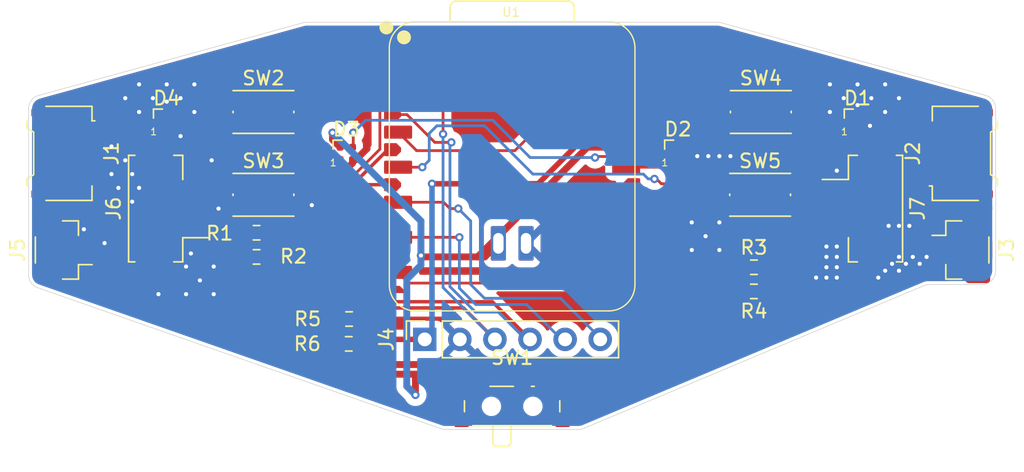
<source format=kicad_pcb>
(kicad_pcb (version 20241229) (generator "pcbnew") (generator_version "9.0")
  (layers (0 "F.Cu" signal) (2 "B.Cu" signal) (13 "F.Paste" user) (15 "B.Paste" user) (5 "F.SilkS" user "F.Silkscreen") (7 "B.SilkS" user "B.Silkscreen") (1 "F.Mask" user) (3 "B.Mask" user) (25 "Edge.Cuts" user))
  (net 0 "")
  (net 1 "Net-(D1-DOUT)")
  (net 2 "/WS2812")
  (net 3 "GND")
  (net 4 "/VBAT")
  (net 5 "Net-(D2-DOUT)")
  (net 6 "Net-(D3-DOUT)")
  (net 8 "/RXTX2")
  (net 9 "/TXRX2")
  (net 10 "/TXRX1")
  (net 11 "/RXTX1")
  (net 12 "Net-(J3-Pin_1)")
  (net 13 "+3V3")
  (net 14 "/INT")
  (net 15 "/SDA")
  (net 16 "/SCL")
  (net 17 "/SHUT")
  (net 19 "/BUTTON_1")
  (net 20 "/BUTTON_2")
  (net 21 "/BUTTON_3")
  (net 22 "/BUTTON_4")
  (net 30 "/SERVO1")
  (net 34 "Net-(J1-Pin_3)")
  (net 35 "Net-(J1-Pin_4)")
  (net 36 "Net-(J2-Pin_4)")
  (net 37 "Net-(J2-Pin_3)")
  (net 38 "/SERVO2")
  (footprint "Resistor_SMD:R_0603_1608Metric" (layer "F.Cu") (at 81.5 57.5 180)
    (property "Reference" "R2" (at -2.675 0.04 0) (layer "F.SilkS"))
    (property "Value" "R")
    (pad "1" smd roundrect (at -0.825 0 180) (size 0.8 0.95) (layers "F.Cu" "F.Mask" "F.Paste") (net 8 "/RXTX2"))
    (pad "2" smd roundrect (at 0.825 0 180) (size 0.8 0.95) (layers "F.Cu" "F.Mask" "F.Paste") (net 34 "Net-(J1-Pin_3)"))
  )
  (footprint "Resistor_SMD:R_0603_1608Metric" (layer "F.Cu") (at 117.5 60 180)
    (property "Reference" "R4" (at 0 -1.43 0) (layer "F.SilkS"))
    (property "Value" "R")
    (pad "1" smd roundrect (at -0.825 0 180) (size 0.8 0.95) (layers "F.Cu" "F.Mask" "F.Paste") (net 11 "/RXTX1"))
    (pad "2" smd roundrect (at 0.825 0 180) (size 0.8 0.95) (layers "F.Cu" "F.Mask" "F.Paste") (net 37 "Net-(J2-Pin_3)"))
  )
  (footprint "Connector_JST:JST_SH_BM02B-SRSS-TB_1x02-1MP_P1.00mm_Vertical" (layer "F.Cu") (at 67.5 57 90)
    (property "Reference" "J5" (at 0 -3.3 90) (layer "F.SilkS"))
    (property "Value" "Conn_01x02_MountingPin")
    (pad "1" smd roundrect (at -0.5 1.325 90) (size 0.6 1.55) (layers "F.Cu" "F.Mask" "F.Paste") (net 12 "Net-(J3-Pin_1)"))
    (pad "2" smd roundrect (at 0.5 1.325 90) (size 0.6 1.55) (layers "F.Cu" "F.Mask" "F.Paste") (net 3 "GND"))
    (pad "MP" smd roundrect (at -1.8 -1.2 90) (size 1.2 1.8) (layers "F.Cu" "F.Mask" "F.Paste") (roundrect_rratio 0.208333) (net 3 "GND"))
    (pad "MP" smd roundrect (at 1.8 -1.2 90) (size 1.2 1.8) (layers "F.Cu" "F.Mask" "F.Paste") (roundrect_rratio 0.208333) (net 3 "GND"))
  )
  (footprint "LED_SMD:LED_SK6812_EC15_1.5x1.5mm" (layer "F.Cu") (at 112 50)
    (property "Reference" "D2" (at 0 -1.75 0) (layer "F.SilkS"))
    (property "Value" "SK6805")
    (fp_text user "1" (at -0.95 0.68 0) (layer "F.SilkS") (effects (font (size 0.5 0.5) (thickness 0.075))))
    (pad "1" smd roundrect (at -0.45 0.45 90) (size 0.5 0.5) (layers "F.Cu" "F.Mask" "F.Paste") (net 5 "Net-(D2-DOUT)"))
    (pad "2" smd roundrect (at 0.45 0.45 90) (size 0.5 0.5) (layers "F.Cu" "F.Mask" "F.Paste") (net 3 "GND"))
    (pad "3" smd roundrect (at 0.45 -0.45 90) (size 0.5 0.5) (layers "F.Cu" "F.Mask" "F.Paste") (net 1 "Net-(D1-DOUT)"))
    (pad "4" smd roundrect (at -0.45 -0.45 90) (size 0.5 0.5) (layers "F.Cu" "F.Mask" "F.Paste") (net 4 "/VBAT"))
  )
  (footprint "Button_Switch_SMD:SW_Push_1P1T_NO_CK_KMR2" (layer "F.Cu") (at 82 47)
    (property "Reference" "SW2" (at 0 -2.45 0) (layer "F.SilkS"))
    (property "Value" "SW_Push")
    (pad "1" smd rect (at -2.05 -0.8) (size 0.9 1) (layers "F.Cu" "F.Mask" "F.Paste") (net 19 "/BUTTON_1"))
    (pad "1" smd rect (at 2.05 -0.8) (size 0.9 1) (layers "F.Cu" "F.Mask" "F.Paste") (net 19 "/BUTTON_1"))
    (pad "2" smd rect (at -2.05 0.8) (size 0.9 1) (layers "F.Cu" "F.Mask" "F.Paste") (net 3 "GND"))
    (pad "2" smd rect (at 2.05 0.8) (size 0.9 1) (layers "F.Cu" "F.Mask" "F.Paste") (net 3 "GND"))
  )
  (footprint "Resistor_SMD:R_0603_1608Metric" (layer "F.Cu") (at 88.2 62)
    (property "Reference" "R5" (at -3 0 0) (layer "F.SilkS"))
    (property "Value" "R")
    (pad "1" smd roundrect (at -0.825 0) (size 0.8 0.95) (layers "F.Cu" "F.Mask" "F.Paste") (net 15 "/SDA"))
    (pad "2" smd roundrect (at 0.825 0) (size 0.8 0.95) (layers "F.Cu" "F.Mask" "F.Paste") (net 13 "+3V3"))
  )
  (footprint "Resistor_SMD:R_0603_1608Metric" (layer "F.Cu") (at 117.5 58.25)
    (property "Reference" "R3" (at 0 -1.43 0) (layer "F.SilkS"))
    (property "Value" "R")
    (pad "1" smd roundrect (at -0.825 0) (size 0.8 0.95) (layers "F.Cu" "F.Mask" "F.Paste") (net 10 "/TXRX1"))
    (pad "2" smd roundrect (at 0.825 0) (size 0.8 0.95) (layers "F.Cu" "F.Mask" "F.Paste") (net 36 "Net-(J2-Pin_4)"))
  )
  (footprint "Connector_JST:JST_ZH_B3B-ZR-SM4-TF_1x03-1MP_P1.50mm_Vertical" (layer "F.Cu") (at 75.5 54 90)
    (property "Reference" "J6" (at 0 -4.35 90) (layer "F.SilkS"))
    (property "Value" "Conn_01x03_MountingPin")
    (pad "1" smd roundrect (at -1.5 0.7 90) (size 0.7 3.7) (layers "F.Cu" "F.Mask" "F.Paste") (net 30 "/SERVO1"))
    (pad "2" smd roundrect (at 0 0.7 90) (size 0.7 3.7) (layers "F.Cu" "F.Mask" "F.Paste") (net 4 "/VBAT"))
    (pad "3" smd roundrect (at 1.5 0.7 90) (size 0.7 3.7) (layers "F.Cu" "F.Mask" "F.Paste") (net 3 "GND"))
    (pad "MP" smd roundrect (at -3.55 -1.4 90) (size 1.5 2.3) (layers "F.Cu" "F.Mask" "F.Paste") (roundrect_rratio 0.166667) (net 3 "GND"))
    (pad "MP" smd roundrect (at 3.55 -1.4 90) (size 1.5 2.3) (layers "F.Cu" "F.Mask" "F.Paste") (roundrect_rratio 0.166667) (net 3 "GND"))
  )
  (footprint "Button_Switch_SMD:SW_Push_1P1T_NO_CK_KMR2" (layer "F.Cu") (at 118 47)
    (property "Reference" "SW4" (at 0 -2.45 0) (layer "F.SilkS"))
    (property "Value" "SW_Push")
    (pad "1" smd rect (at -2.05 -0.8) (size 0.9 1) (layers "F.Cu" "F.Mask" "F.Paste") (net 21 "/BUTTON_3"))
    (pad "1" smd rect (at 2.05 -0.8) (size 0.9 1) (layers "F.Cu" "F.Mask" "F.Paste") (net 21 "/BUTTON_3"))
    (pad "2" smd rect (at -2.05 0.8) (size 0.9 1) (layers "F.Cu" "F.Mask" "F.Paste") (net 3 "GND"))
    (pad "2" smd rect (at 2.05 0.8) (size 0.9 1) (layers "F.Cu" "F.Mask" "F.Paste") (net 3 "GND"))
  )
  (footprint "Resistor_SMD:R_0603_1608Metric" (layer "F.Cu") (at 88.175 63.8)
    (property "Reference" "R6" (at -3 0 0) (layer "F.SilkS"))
    (property "Value" "R")
    (pad "1" smd roundrect (at -0.825 0) (size 0.8 0.95) (layers "F.Cu" "F.Mask" "F.Paste") (net 16 "/SCL"))
    (pad "2" smd roundrect (at 0.825 0) (size 0.8 0.95) (layers "F.Cu" "F.Mask" "F.Paste") (net 13 "+3V3"))
  )
  (footprint "LED_SMD:LED_SK6812_EC15_1.5x1.5mm" (layer "F.Cu") (at 75 47.75)
    (property "Reference" "D4" (at 0 -1.75 0) (layer "F.SilkS"))
    (property "Value" "SK6805")
    (fp_text user "1" (at -0.95 0.68 0) (layer "F.SilkS") (effects (font (size 0.5 0.5) (thickness 0.075))))
    (pad "1" smd roundrect (at -0.45 0.45 90) (size 0.5 0.5) (layers "F.Cu" "F.Mask" "F.Paste"))
    (pad "2" smd roundrect (at 0.45 0.45 90) (size 0.5 0.5) (layers "F.Cu" "F.Mask" "F.Paste") (net 3 "GND"))
    (pad "3" smd roundrect (at 0.45 -0.45 90) (size 0.5 0.5) (layers "F.Cu" "F.Mask" "F.Paste") (net 6 "Net-(D3-DOUT)"))
    (pad "4" smd roundrect (at -0.45 -0.45 90) (size 0.5 0.5) (layers "F.Cu" "F.Mask" "F.Paste") (net 4 "/VBAT"))
  )
  (footprint "Connector_PinSocket_2.54mm:PinSocket_1x06_P2.54mm_Vertical" (layer "F.Cu") (at 93.675 63.475 90)
    (property "Reference" "J4" (at 0 -2.77 90) (layer "F.SilkS"))
    (property "Value" "Conn_01x06")
    (pad "1" thru_hole rect (at 0 0 90) (size 1.7 1.7) (drill 1) (layers "*.Cu" "*.Mask") (net 13 "+3V3"))
    (pad "2" thru_hole circle (at 0 2.54 90) (size 1.7 1.7) (drill 1) (layers "*.Cu" "*.Mask") (net 3 "GND"))
    (pad "3" thru_hole circle (at 0 5.08 90) (size 1.7 1.7) (drill 1) (layers "*.Cu" "*.Mask") (net 15 "/SDA"))
    (pad "4" thru_hole circle (at 0 7.62 90) (size 1.7 1.7) (drill 1) (layers "*.Cu" "*.Mask") (net 16 "/SCL"))
    (pad "5" thru_hole circle (at 0 10.16 90) (size 1.7 1.7) (drill 1) (layers "*.Cu" "*.Mask") (net 14 "/INT"))
    (pad "6" thru_hole circle (at 0 12.7 90) (size 1.7 1.7) (drill 1) (layers "*.Cu" "*.Mask") (net 17 "/SHUT"))
  )
  (footprint "Button_Switch_SMD:SW_Push_1P1T_NO_CK_KMR2" (layer "F.Cu") (at 117.95 53)
    (property "Reference" "SW5" (at 0 -2.45 0) (layer "F.SilkS"))
    (property "Value" "SW_Push")
    (pad "1" smd rect (at -2.05 -0.8) (size 0.9 1) (layers "F.Cu" "F.Mask" "F.Paste") (net 22 "/BUTTON_4"))
    (pad "1" smd rect (at 2.05 -0.8) (size 0.9 1) (layers "F.Cu" "F.Mask" "F.Paste") (net 22 "/BUTTON_4"))
    (pad "2" smd rect (at -2.05 0.8) (size 0.9 1) (layers "F.Cu" "F.Mask" "F.Paste") (net 3 "GND"))
    (pad "2" smd rect (at 2.05 0.8) (size 0.9 1) (layers "F.Cu" "F.Mask" "F.Paste") (net 3 "GND"))
  )
  (footprint "seeed:XIAO-nRF52840-Plus-SMD" (layer "F.Cu") (at 100 51 90)
    (property "Reference" "U1" (at 11.225 -0.075 0) (layer "F.SilkS") (effects (font (size 0.635 0.635) (thickness 0.1016))))
    (property "Value" "XIAO-nRF52840-Plus-SMD")
    (pad "1" smd roundrect (at 7.62 -8.255 180) (size 2.032 0.95) (layers "F.Cu" "F.Mask" "F.Paste") (roundrect_rratio 0.1) (net 19 "/BUTTON_1"))
    (pad "2" smd roundrect (at 5.08 -8.255 180) (size 2.032 0.95) (layers "F.Cu" "F.Mask" "F.Paste") (roundrect_rratio 0.1) (net 20 "/BUTTON_2"))
    (pad "3" smd roundrect (at 2.54 -8.255 180) (size 2.032 0.95) (layers "F.Cu" "F.Mask" "F.Paste") (roundrect_rratio 0.1) (net 21 "/BUTTON_3"))
    (pad "4" smd roundrect (at 0 -8.255 180) (size 2.032 0.95) (layers "F.Cu" "F.Mask" "F.Paste") (roundrect_rratio 0.1) (net 22 "/BUTTON_4"))
    (pad "5" smd roundrect (at -2.54 -8.255 180) (size 2.032 0.95) (layers "F.Cu" "F.Mask" "F.Paste") (roundrect_rratio 0.1) (net 17 "/SHUT"))
    (pad "6" smd roundrect (at -5.08 -8.255 180) (size 2.032 0.95) (layers "F.Cu" "F.Mask" "F.Paste") (roundrect_rratio 0.1) (net 14 "/INT"))
    (pad "7" smd roundrect (at -7.62 -8.255 180) (size 2.032 0.95) (layers "F.Cu" "F.Mask" "F.Paste") (roundrect_rratio 0.1) (net 11 "/RXTX1"))
    (pad "8" smd roundrect (at -7.62 8.255) (size 2.032 0.95) (layers "F.Cu" "F.Mask" "F.Paste") (roundrect_rratio 0.1) (net 10 "/TXRX1"))
    (pad "9" smd roundrect (at -5.08 8.255) (size 2.032 0.95) (layers "F.Cu" "F.Mask" "F.Paste") (roundrect_rratio 0.1))
    (pad "10" smd roundrect (at -2.54 8.255) (size 2.032 0.95) (layers "F.Cu" "F.Mask" "F.Paste") (roundrect_rratio 0.1))
    (pad "11" smd roundrect (at 0 8.255) (size 2.032 0.95) (layers "F.Cu" "F.Mask" "F.Paste") (roundrect_rratio 0.1) (net 2 "/WS2812"))
    (pad "12" smd roundrect (at 2.54 8.255) (size 2.032 0.95) (layers "F.Cu" "F.Mask" "F.Paste") (roundrect_rratio 0.1) (net 13 "+3V3"))
    (pad "13" smd roundrect (at 5.08 8.255) (size 2.032 0.95) (layers "F.Cu" "F.Mask" "F.Paste") (roundrect_rratio 0.1) (net 3 "GND"))
    (pad "14" smd roundrect (at 7.62 8.255) (size 2.032 0.95) (layers "F.Cu" "F.Mask" "F.Paste") (roundrect_rratio 0.1))
    (pad "15" smd roundrect (at 6.35 -8.655 180) (size 1.232 0.95) (layers "F.Cu" "F.Mask" "F.Paste") (roundrect_rratio 0.1) (chamfer_ratio 0.35) (chamfer top_left bottom_left) (net 15 "/SDA"))
    (pad "16" smd roundrect (at 3.81 -8.655 180) (size 1.232 0.95) (layers "F.Cu" "F.Mask" "F.Paste") (roundrect_rratio 0.1) (chamfer_ratio 0.35) (chamfer top_left bottom_left) (net 16 "/SCL"))
    (pad "17" smd roundrect (at 1.27 -8.655 180) (size 1.232 0.95) (layers "F.Cu" "F.Mask" "F.Paste") (roundrect_rratio 0.1) (chamfer_ratio 0.35) (chamfer top_left bottom_left) (net 30 "/SERVO1"))
    (pad "18" smd roundrect (at -1.27 -8.655 180) (size 1.232 0.95) (layers "F.Cu" "F.Mask" "F.Paste") (roundrect_rratio 0.1) (chamfer_ratio 0.35) (chamfer top_left bottom_left) (net 9 "/TXRX2"))
    (pad "19" smd roundrect (at -3.81 -8.655 180) (size 1.232 0.95) (layers "F.Cu" "F.Mask" "F.Paste") (roundrect_rratio 0.1) (chamfer_ratio 0.35) (chamfer top_left bottom_left) (net 8 "/RXTX2"))
    (pad "20" smd roundrect (at -6.35 -8.655 180) (size 1.232 0.95) (layers "F.Cu" "F.Mask" "F.Paste") (roundrect_rratio 0.1) (chamfer_ratio 0.35) (chamfer top_left bottom_left))
    (pad "21" smd roundrect (at -6.35 8.655) (size 1.232 0.95) (layers "F.Cu" "F.Mask" "F.Paste") (roundrect_rratio 0.1) (chamfer_ratio 0.35) (chamfer top_left bottom_left) (net 38 "/SERVO2"))
    (pad "22" smd roundrect (at -3.81 8.655) (size 1.232 0.95) (layers "F.Cu" "F.Mask" "F.Paste") (roundrect_rratio 0.1) (chamfer_ratio 0.35) (chamfer top_left bottom_left))
    (pad "23" smd roundrect (at -1.27 8.655) (size 1.232 0.95) (layers "F.Cu" "F.Mask" "F.Paste") (roundrect_rratio 0.1) (chamfer_ratio 0.35) (chamfer top_left bottom_left))
    (pad "24" smd circle (at 8.5725 -1.27) (size 1.7 1.7) (layers "F.Cu" "F.Mask" "F.Paste"))
    (pad "25" smd circle (at 8.5725 1.27) (size 1.7 1.7) (layers "F.Cu" "F.Mask" "F.Paste"))
    (pad "26" smd circle (at 6.0325 -1.27) (size 1.7 1.7) (layers "F.Cu" "F.Mask" "F.Paste"))
    (pad "27" smd circle (at 6.0325 1.27) (size 1.7 1.7) (layers "F.Cu" "F.Mask" "F.Paste"))
    (pad "32" thru_hole roundrect (at -5.517823 -0.993988 270) (size 2.5 1.1) (drill oval 1.5 0.75) (layers "*.Cu" "F.Mask" "F.Paste") (roundrect_rratio 0.1) (net 4 "/VBAT"))
    (pad "33" thru_hole roundrect (at -5.517823 1.006012 270) (size 2.5 1.1) (drill oval 1.5 0.75) (layers "*.Cu" "F.Mask" "F.Paste") (roundrect_rratio 0.1) (net 3 "GND"))
  )
  (footprint "LED_SMD:LED_SK6812_EC15_1.5x1.5mm" (layer "F.Cu") (at 125 47.75)
    (property "Reference" "D1" (at 0 -1.75 0) (layer "F.SilkS"))
    (property "Value" "SK6805")
    (fp_text user "1" (at -0.95 0.68 0) (layer "F.SilkS") (effects (font (size 0.5 0.5) (thickness 0.075))))
    (pad "1" smd roundrect (at -0.45 0.45 90) (size 0.5 0.5) (layers "F.Cu" "F.Mask" "F.Paste") (net 1 "Net-(D1-DOUT)"))
    (pad "2" smd roundrect (at 0.45 0.45 90) (size 0.5 0.5) (layers "F.Cu" "F.Mask" "F.Paste") (net 3 "GND"))
    (pad "3" smd roundrect (at 0.45 -0.45 90) (size 0.5 0.5) (layers "F.Cu" "F.Mask" "F.Paste") (net 2 "/WS2812"))
    (pad "4" smd roundrect (at -0.45 -0.45 90) (size 0.5 0.5) (layers "F.Cu" "F.Mask" "F.Paste") (net 4 "/VBAT"))
  )
  (footprint "LED_SMD:LED_SK6812_EC15_1.5x1.5mm" (layer "F.Cu") (at 88 50)
    (property "Reference" "D3" (at 0 -1.75 0) (layer "F.SilkS"))
    (property "Value" "SK6805")
    (fp_text user "1" (at -0.95 0.68 0) (layer "F.SilkS") (effects (font (size 0.5 0.5) (thickness 0.075))))
    (pad "1" smd roundrect (at -0.45 0.45 90) (size 0.5 0.5) (layers "F.Cu" "F.Mask" "F.Paste") (net 6 "Net-(D3-DOUT)"))
    (pad "2" smd roundrect (at 0.45 0.45 90) (size 0.5 0.5) (layers "F.Cu" "F.Mask" "F.Paste") (net 3 "GND"))
    (pad "3" smd roundrect (at 0.45 -0.45 90) (size 0.5 0.5) (layers "F.Cu" "F.Mask" "F.Paste") (net 5 "Net-(D2-DOUT)"))
    (pad "4" smd roundrect (at -0.45 -0.45 90) (size 0.5 0.5) (layers "F.Cu" "F.Mask" "F.Paste") (net 4 "/VBAT"))
  )
  (footprint "Button_Switch_SMD:SW_Push_1P1T_NO_CK_KMR2" (layer "F.Cu") (at 82 53)
    (property "Reference" "SW3" (at 0 -2.45 0) (layer "F.SilkS"))
    (property "Value" "SW_Push")
    (pad "1" smd rect (at -2.05 -0.8) (size 0.9 1) (layers "F.Cu" "F.Mask" "F.Paste") (net 20 "/BUTTON_2"))
    (pad "1" smd rect (at 2.05 -0.8) (size 0.9 1) (layers "F.Cu" "F.Mask" "F.Paste") (net 20 "/BUTTON_2"))
    (pad "2" smd rect (at -2.05 0.8) (size 0.9 1) (layers "F.Cu" "F.Mask" "F.Paste") (net 3 "GND"))
    (pad "2" smd rect (at 2.05 0.8) (size 0.9 1) (layers "F.Cu" "F.Mask" "F.Paste") (net 3 "GND"))
  )
  (footprint "Connector_Molex:Molex_Pico-EZmate_78171-0004_1x04-1MP_P1.20mm_Vertical" (layer "F.Cu") (at 132.5 50 90)
    (property "Reference" "J2" (at 0 -3.5 90) (layer "F.SilkS"))
    (property "Value" "Conn_01x04_MountingPin")
    (pad "1" smd roundrect (at -1.8 -1.875 90) (size 0.6 0.85) (layers "F.Cu" "F.Mask" "F.Paste") (net 4 "/VBAT"))
    (pad "2" smd roundrect (at -0.6 -1.875 90) (size 0.6 0.85) (layers "F.Cu" "F.Mask" "F.Paste") (net 3 "GND"))
    (pad "3" smd roundrect (at 0.6 -1.875 90) (size 0.6 0.85) (layers "F.Cu" "F.Mask" "F.Paste") (net 37 "Net-(J2-Pin_3)"))
    (pad "4" smd roundrect (at 1.8 -1.875 90) (size 0.6 0.85) (layers "F.Cu" "F.Mask" "F.Paste") (net 36 "Net-(J2-Pin_4)"))
    (pad "MP" smd roundrect (at -2.95 1.9 90) (size 0.7 0.8) (layers "F.Cu" "F.Mask" "F.Paste") (net 3 "GND"))
    (pad "MP" smd roundrect (at 2.95 1.9 90) (size 0.7 0.8) (layers "F.Cu" "F.Mask" "F.Paste") (net 3 "GND"))
  )
  (footprint "Connector_JST:JST_SH_BM02B-SRSS-TB_1x02-1MP_P1.00mm_Vertical" (layer "F.Cu") (at 132.5 57 -90)
    (property "Reference" "J3" (at 0 -3.3 90) (layer "F.SilkS"))
    (property "Value" "Conn_01x02_MountingPin")
    (pad "1" smd roundrect (at -0.5 1.325 270) (size 0.6 1.55) (layers "F.Cu" "F.Mask" "F.Paste") (net 12 "Net-(J3-Pin_1)"))
    (pad "2" smd roundrect (at 0.5 1.325 270) (size 0.6 1.55) (layers "F.Cu" "F.Mask" "F.Paste") (net 3 "GND"))
    (pad "MP" smd roundrect (at -1.8 -1.2 270) (size 1.2 1.8) (layers "F.Cu" "F.Mask" "F.Paste") (roundrect_rratio 0.208333) (net 3 "GND"))
    (pad "MP" smd roundrect (at 1.8 -1.2 270) (size 1.2 1.8) (layers "F.Cu" "F.Mask" "F.Paste") (roundrect_rratio 0.208333) (net 3 "GND"))
  )
  (footprint "Connector_JST:JST_ZH_B3B-ZR-SM4-TF_1x03-1MP_P1.50mm_Vertical" (layer "F.Cu") (at 125 54 -90)
    (property "Reference" "J7" (at 0 -4.35 90) (layer "F.SilkS"))
    (property "Value" "Conn_01x03_MountingPin")
    (pad "1" smd roundrect (at -1.5 0.7 270) (size 0.7 3.7) (layers "F.Cu" "F.Mask" "F.Paste") (net 38 "/SERVO2"))
    (pad "2" smd roundrect (at 0 0.7 270) (size 0.7 3.7) (layers "F.Cu" "F.Mask" "F.Paste") (net 4 "/VBAT"))
    (pad "3" smd roundrect (at 1.5 0.7 270) (size 0.7 3.7) (layers "F.Cu" "F.Mask" "F.Paste") (net 3 "GND"))
    (pad "MP" smd roundrect (at -3.55 -1.4 270) (size 1.5 2.3) (layers "F.Cu" "F.Mask" "F.Paste") (roundrect_rratio 0.166667) (net 3 "GND"))
    (pad "MP" smd roundrect (at 3.55 -1.4 270) (size 1.5 2.3) (layers "F.Cu" "F.Mask" "F.Paste") (roundrect_rratio 0.166667) (net 3 "GND"))
  )
  (footprint "Resistor_SMD:R_0603_1608Metric" (layer "F.Cu") (at 81.5 55.75)
    (property "Reference" "R1" (at -2.675 0.04 0) (layer "F.SilkS"))
    (property "Value" "R")
    (pad "1" smd roundrect (at -0.825 0) (size 0.8 0.95) (layers "F.Cu" "F.Mask" "F.Paste") (net 9 "/TXRX2"))
    (pad "2" smd roundrect (at 0.825 0) (size 0.8 0.95) (layers "F.Cu" "F.Mask" "F.Paste") (net 35 "Net-(J1-Pin_4)"))
  )
  (footprint "Button_Switch_SMD:SW_SPDT_PCM12" (layer "F.Cu") (at 100 68)
    (property "Reference" "SW1" (at 0 -3.2 0) (layer "F.SilkS"))
    (property "Value" "SW_SPDT")
    (pad "" smd rect (at -3.65 -0.78) (size 1 0.8) (layers "F.Cu" "F.Mask" "F.Paste"))
    (pad "" smd rect (at -3.65 1.43) (size 1 0.8) (layers "F.Cu" "F.Mask" "F.Paste"))
    (pad "" np_thru_hole circle (at -1.5 0.33) (size 0.9 0.9) (drill 0.9) (layers "*.Cu" "*.Mask"))
    (pad "" np_thru_hole circle (at 1.5 0.33) (size 0.9 0.9) (drill 0.9) (layers "*.Cu" "*.Mask"))
    (pad "" smd rect (at 3.65 -0.78) (size 1 0.8) (layers "F.Cu" "F.Mask" "F.Paste"))
    (pad "" smd rect (at 3.65 1.43) (size 1 0.8) (layers "F.Cu" "F.Mask" "F.Paste"))
    (pad "1" smd rect (at -2.25 -1.43) (size 0.7 1.5) (layers "F.Cu" "F.Mask" "F.Paste") (net 4 "/VBAT"))
    (pad "2" smd rect (at 0.75 -1.43) (size 0.7 1.5) (layers "F.Cu" "F.Mask" "F.Paste") (net 12 "Net-(J3-Pin_1)"))
    (pad "3" smd rect (at 2.25 -1.43) (size 0.7 1.5) (layers "F.Cu" "F.Mask" "F.Paste"))
  )
  (footprint "Connector_Molex:Molex_Pico-EZmate_78171-0004_1x04-1MP_P1.20mm_Vertical" (layer "F.Cu") (at 67.5 50 -90)
    (property "Reference" "J1" (at 0 -3.5 90) (layer "F.SilkS"))
    (property "Value" "Conn_01x04_MountingPin")
    (pad "1" smd roundrect (at -1.8 -1.875 270) (size 0.6 0.85) (layers "F.Cu" "F.Mask" "F.Paste") (net 4 "/VBAT"))
    (pad "2" smd roundrect (at -0.6 -1.875 270) (size 0.6 0.85) (layers "F.Cu" "F.Mask" "F.Paste") (net 3 "GND"))
    (pad "3" smd roundrect (at 0.6 -1.875 270) (size 0.6 0.85) (layers "F.Cu" "F.Mask" "F.Paste") (net 34 "Net-(J1-Pin_3)"))
    (pad "4" smd roundrect (at 1.8 -1.875 270) (size 0.6 0.85) (layers "F.Cu" "F.Mask" "F.Paste") (net 35 "Net-(J1-Pin_4)"))
    (pad "MP" smd roundrect (at -2.95 1.9 270) (size 0.7 0.8) (layers "F.Cu" "F.Mask" "F.Paste") (net 3 "GND"))
    (pad "MP" smd roundrect (at 2.95 1.9 270) (size 0.7 0.8) (layers "F.Cu" "F.Mask" "F.Paste") (net 3 "GND"))
  )
  (gr_line (start 135 58.5) (end 135 46.762123) (stroke (width 0.05)) (layer "Edge.Cuts"))
  (gr_line (start 84.869838 40.535795) (end 65.734844 45.797918) (stroke (width 0.05)) (layer "Edge.Cuts"))
  (gr_arc (start 84.869838 40.535795) (mid 85.001213 40.508989) (end 85.134994 40.5) (stroke (width 0.05)) (layer "Edge.Cuts"))
  (gr_arc (start 114.865006 40.5) (mid 114.998787 40.508989) (end 115.130162 40.535795) (stroke (width 0.05)) (layer "Edge.Cuts"))
  (gr_arc (start 65 46.762123) (mid 65.204652 46.15597) (end 65.734844 45.797918) (stroke (width 0.05)) (layer "Edge.Cuts"))
  (gr_arc (start 65.66965 59.734377) (mid 65.18441 59.369161) (end 65 58.790519) (stroke (width 0.05)) (layer "Edge.Cuts"))
  (gr_arc (start 105.185757 69.921982) (mid 104.996032 69.980306) (end 104.798524 70) (stroke (width 0.05)) (layer "Edge.Cuts"))
  (gr_line (start 114.865006 40.5) (end 100 40.5) (stroke (width 0.05)) (layer "Edge.Cuts"))
  (gr_line (start 100 40.5) (end 85.134994 40.5) (stroke (width 0.05)) (layer "Edge.Cuts"))
  (gr_line (start 134.265156 45.797918) (end 115.130162 40.535795) (stroke (width 0.05)) (layer "Edge.Cuts"))
  (gr_line (start 65 46.762123) (end 65 58.790519) (stroke (width 0.05)) (layer "Edge.Cuts"))
  (gr_line (start 95.169946 70) (end 104.798524 70) (stroke (width 0.05)) (layer "Edge.Cuts"))
  (gr_arc (start 95.169946 70) (mid 95.002403 69.985865) (end 94.839596 69.943858) (stroke (width 0.05)) (layer "Edge.Cuts"))
  (gr_arc (start 134.265156 45.797918) (mid 134.795339 46.155972) (end 135 46.762123) (stroke (width 0.05)) (layer "Edge.Cuts"))
  (gr_line (start 130.201476 59.5) (end 134 59.5) (stroke (width 0.05)) (layer "Edge.Cuts"))
  (gr_line (start 105.185757 69.921982) (end 129.814243 59.578018) (stroke (width 0.05)) (layer "Edge.Cuts"))
  (gr_arc (start 135 58.5) (mid 134.707107 59.207107) (end 134 59.5) (stroke (width 0.05)) (layer "Edge.Cuts"))
  (gr_line (start 65.66965 59.734377) (end 94.839596 69.943858) (stroke (width 0.05)) (layer "Edge.Cuts"))
  (gr_arc (start 129.814243 59.578018) (mid 130.003968 59.519694) (end 130.201476 59.5) (stroke (width 0.05)) (layer "Edge.Cuts"))
  (segment (start 124.55 48.2) (end 124.05 48.2) (width 0.2) (layer "F.Cu") (net 1))
  (segment (start 122.7 49.55) (end 112.45 49.55) (width 0.2) (layer "F.Cu") (net 1))
  (segment (start 124.05 48.2) (end 122.7 49.55) (width 0.2) (layer "F.Cu") (net 1))
  (segment (start 126.05 47.3) (end 125.45 47.3) (width 0.2) (layer "F.Cu") (net 2))
  (segment (start 124.244082 48.75) (end 124.245082 48.751) (width 0.2) (layer "F.Cu") (net 2))
  (segment (start 108.255 51) (end 116.75 51) (width 0.2) (layer "F.Cu") (net 2))
  (segment (start 124.0671 48.75) (end 124.244082 48.75) (width 0.2) (layer "F.Cu") (net 2))
  (segment (start 126 48.75) (end 126.5 48.25) (width 0.2) (layer "F.Cu") (net 2))
  (segment (start 126.5 47.75) (end 126.05 47.3) (width 0.2) (layer "F.Cu") (net 2))
  (segment (start 126.5 48.25) (end 126.5 47.75) (width 0.2) (layer "F.Cu") (net 2))
  (segment (start 124.245082 48.751) (end 124.854918 48.751) (width 0.2) (layer "F.Cu") (net 2))
  (segment (start 124.854918 48.751) (end 124.855918 48.75) (width 0.2) (layer "F.Cu") (net 2))
  (segment (start 122.8661 49.951) (end 124.0671 48.75) (width 0.2) (layer "F.Cu") (net 2))
  (segment (start 124.855918 48.75) (end 126 48.75) (width 0.2) (layer "F.Cu") (net 2))
  (segment (start 116.75 51) (end 117.799 49.951) (width 0.2) (layer "F.Cu") (net 2))
  (segment (start 117.799 49.951) (end 122.8661 49.951) (width 0.2) (layer "F.Cu") (net 2))
  (segment (start 125.9 48) (end 125.7 48.2) (width 0.5) (layer "F.Cu") (net 3))
  (segment (start 113.4 50.2) (end 115.8 50.2) (width 0.5) (layer "F.Cu") (net 3))
  (segment (start 88.699999 50.45) (end 89.5 49.649999) (width 0.5) (layer "F.Cu") (net 3))
  (segment (start 123.533248 56.266752) (end 123.533248 58.216752) (width 1) (layer "F.Cu") (net 3))
  (segment (start 88.45 50.45) (end 88.699999 50.45) (width 0.5) (layer "F.Cu") (net 3))
  (segment (start 89.5 49.649999) (end 89.5 49) (width 0.5) (layer "F.Cu") (net 3))
  (segment (start 124.3 55.5) (end 123.533248 56.266752) (width 1) (layer "F.Cu") (net 3))
  (segment (start 88.45 50.45) (end 88.45 50.699999) (width 0.5) (layer "F.Cu") (net 3))
  (segment (start 113.15 50.45) (end 113.4 50.2) (width 0.5) (layer "F.Cu") (net 3))
  (segment (start 87.831999 51.318) (end 87 51.318) (width 0.5) (layer "F.Cu") (net 3))
  (segment (start 133.7 58.8) (end 133.7 55.2) (width 0.5) (layer "F.Cu") (net 3))
  (segment (start 125.7 48.2) (end 125.45 48.2) (width 0.5) (layer "F.Cu") (net 3))
  (segment (start 123.533248 58.216752) (end 122.75 59) (width 1) (layer "F.Cu") (net 3))
  (segment (start 112.45 50.45) (end 113.15 50.45) (width 0.5) (layer "F.Cu") (net 3))
  (segment (start 75.45 48.2) (end 76 48.75) (width 0.5) (layer "F.Cu") (net 3))
  (segment (start 124.3 55.5) (end 124.55 55.25) (width 1) (layer "F.Cu") (net 3))
  (segment (start 124.55 55.25) (end 128.75 55.25) (width 1) (layer "F.Cu") (net 3))
  (segment (start 88.45 50.699999) (end 87.831999 51.318) (width 0.5) (layer "F.Cu") (net 3))
  (via (at 76.75 57.25) (size 0.6) (drill 0.3) (layers "F.Cu" "B.Cu") (net 3))
  (via (at 77 45) (size 0.6) (drill 0.3) (layers "F.Cu" "B.Cu") (net 3))
  (via (at 78.4 60.2) (size 0.6) (drill 0.3) (layers "F.Cu" "B.Cu") (net 3))
  (via (at 127.25 55.25) (size 0.6) (drill 0.3) (layers "F.Cu" "B.Cu") (net 3))
  (via (at 122.75 58.25) (size 0.6) (drill 0.3) (layers "F.Cu" "B.Cu") (net 3))
  (via (at 113 57) (size 0.6) (drill 0.3) (layers "F.Cu" "B.Cu") (net 3))
  (via (at 127 45) (size 0.6) (drill 0.3) (layers "F.Cu" "B.Cu") (net 3))
  (via (at 73 45) (size 0.6) (drill 0.3) (layers "F.Cu" "B.Cu") (net 3))
  (via (at 128 55.25) (size 0.6) (drill 0.3) (layers "F.Cu" "B.Cu") (net 3))
  (via (at 75 45) (size 0.6) (drill 0.3) (layers "F.Cu" "B.Cu") (net 3))
  (via (at 72.5 53.5) (size 0.6) (drill 0.3) (layers "F.Cu" "B.Cu") (net 3))
  (via (at 115 55) (size 0.6) (drill 0.3) (layers "F.Cu" "B.Cu") (net 3))
  (via (at 71.5 52.5) (size 0.6) (drill 0.3) (layers "F.Cu" "B.Cu") (net 3))
  (via (at 128.5 58) (size 0.6) (drill 0.3) (layers "F.Cu" "B.Cu") (net 3))
  (via (at 114 56) (size 0.6) (drill 0.3) (layers "F.Cu" "B.Cu") (net 3))
  (via (at 78.25 50.5) (size 0.6) (drill 0.3) (layers "F.Cu" "B.Cu") (net 3))
  (via (at 129 57.5) (size 0.6) (drill 0.3) (layers "F.Cu" "B.Cu") (net 3))
  (via (at 77 47) (size 0.6) (drill 0.3) (layers "F.Cu" "B.Cu") (net 3))
  (via (at 126.5 59) (size 0.6) (drill 0.3) (layers "F.Cu" "B.Cu") (net 3))
  (via (at 78.4 58.2) (size 0.6) (drill 0.3) (layers "F.Cu" "B.Cu") (net 3))
  (via (at 123.5 57.5) (size 0.6) (drill 0.3) (layers "F.Cu" "B.Cu") (net 3))
  (via (at 114.2 50.2) (size 0.6) (drill 0.3) (layers "F.Cu" "B.Cu") (net 3))
  (via (at 74.4 60.2) (size 0.6) (drill 0.3) (layers "F.Cu" "B.Cu") (net 3))
  (via (at 128 46) (size 0.6) (drill 0.3) (layers "F.Cu" "B.Cu") (net 3))
  (via (at 73 52.5) (size 0.6) (drill 0.3) (layers "F.Cu" "B.Cu") (net 3))
  (via (at 76.4 58.2) (size 0.6) (drill 0.3) (layers "F.Cu" "B.Cu") (net 3))
  (via (at 115 50.2) (size 0.6) (drill 0.3) (layers "F.Cu" "B.Cu") (net 3))
  (via (at 125.9 48) (size 0.6) (drill 0.3) (layers "F.Cu" "B.Cu") (net 3))
  (via (at 76 48.75) (size 0.6) (drill 0.3) (layers "F.Cu" "B.Cu") (net 3))
  (via (at 123 47) (size 0.6) (drill 0.3) (layers "F.Cu" "B.Cu") (net 3))
  (via (at 85.5 53.75) (size 0.6) (drill 0.3) (layers "F.Cu" "B.Cu") (net 3))
  (via (at 69 55.5) (size 0.6) (drill 0.3) (layers "F.Cu" "B.Cu") (net 3))
  (via (at 127 58.5) (size 0.6) (drill 0.3) (layers "F.Cu" "B.Cu") (net 3))
  (via (at 128 57.5) (size 0.6) (drill 0.3) (layers "F.Cu" "B.Cu") (net 3))
  (via (at 128.75 55.25) (size 0.6) (drill 0.3) (layers "F.Cu" "B.Cu") (net 3))
  (via (at 78.75 54) (size 0.6) (drill 0.3) (layers "F.Cu" "B.Cu") (net 3))
  (via (at 122.75 56.75) (size 0.6) (drill 0.3) (layers "F.Cu" "B.Cu") (net 3))
  (via (at 123.5 58.25) (size 0.6) (drill 0.3) (layers "F.Cu" "B.Cu") (net 3))
  (via (at 71 49.5) (size 0.6) (drill 0.3) (layers "F.Cu" "B.Cu") (net 3))
  (via (at 113.4 50.2) (size 0.6) (drill 0.3) (layers "F.Cu" "B.Cu") (net 3))
  (via (at 123.5 51.25) (size 0.6) (drill 0.3) (layers "F.Cu" "B.Cu") (net 3))
  (via (at 115.8 50.2) (size 0.6) (drill 0.3) (layers "F.Cu" "B.Cu") (net 3))
  (via (at 72.5 51.5) (size 0.6) (drill 0.3) (layers "F.Cu" "B.Cu") (net 3))
  (via (at 125 45) (size 0.6) (drill 0.3) (layers "F.Cu" "B.Cu") (net 3))
  (via (at 76.4 60.2) (size 0.6) (drill 0.3) (layers "F.Cu" "B.Cu") (net 3))
  (via (at 115 57) (size 0.6) (drill 0.3) (layers "F.Cu" "B.Cu") (net 3))
  (via (at 124 46) (size 0.6) (drill 0.3) (layers "F.Cu" "B.Cu") (net 3))
  (via (at 122 59) (size 0.6) (drill 0.3) (layers "F.Cu" "B.Cu") (net 3))
  (via (at 126 46) (size 0.6) (drill 0.3) (layers "F.Cu" "B.Cu") (net 3))
  (via (at 73 47) (size 0.6) (drill 0.3) (layers "F.Cu" "B.Cu") (net 3))
  (via (at 71 51.5) (size 0.6) (drill 0.3) (layers "F.Cu" "B.Cu") (net 3))
  (via (at 123.5 56.75) (size 0.6) (drill 0.3) (layers "F.Cu" "B.Cu") (net 3))
  (via (at 123 45) (size 0.6) (drill 0.3) (layers "F.Cu" "B.Cu") (net 3))
  (via (at 70.5 56.5) (size 0.6) (drill 0.3) (layers "F.Cu" "B.Cu") (net 3))
  (via (at 123.5 59) (size 0.6) (drill 0.3) (layers "F.Cu" "B.Cu") (net 3))
  (via (at 72 46) (size 0.6) (drill 0.3) (layers "F.Cu" "B.Cu") (net 3))
  (via (at 74 46) (size 0.6) (drill 0.3) (layers "F.Cu" "B.Cu") (net 3))
  (via (at 128 58.5) (size 0.6) (drill 0.3) (layers "F.Cu" "B.Cu") (net 3))
  (via (at 76 46) (size 0.6) (drill 0.3) (layers "F.Cu" "B.Cu") (net 3))
  (via (at 122.75 59) (size 0.6) (drill 0.3) (layers "F.Cu" "B.Cu") (net 3))
  (via (at 113 55) (size 0.6) (drill 0.3) (layers "F.Cu" "B.Cu") (net 3))
  (via (at 129.5 58) (size 0.6) (drill 0.3) (layers "F.Cu" "B.Cu") (net 3))
  (via (at 125 46.5) (size 0.6) (drill 0.3) (layers "F.Cu" "B.Cu") (net 3))
  (via (at 75 46.25) (size 0.6) (drill 0.3) (layers "F.Cu" "B.Cu") (net 3))
  (via (at 122.75 57.5) (size 0.6) (drill 0.3) (layers "F.Cu" "B.Cu") (net 3))
  (via (at 72 50.5) (size 0.6) (drill 0.3) (layers "F.Cu" "B.Cu") (net 3))
  (via (at 77.4 59.2) (size 0.6) (drill 0.3) (layers "F.Cu" "B.Cu") (net 3))
  (via (at 127 47) (size 0.6) (drill 0.3) (layers "F.Cu" "B.Cu") (net 3))
  (via (at 127.5 58) (size 0.6) (drill 0.3) (layers "F.Cu" "B.Cu") (net 3))
  (via (at 130 57.5) (size 0.6) (drill 0.3) (layers "F.Cu" "B.Cu") (net 3))
  (segment (start 77.440146 54) (end 76.386925 54) (width 0.5) (layer "F.Cu") (net 4))
  (segment (start 74.1 47.3) (end 74.55 47.3) (width 0.5) (layer "F.Cu") (net 4))
  (segment (start 93 66) (end 93 67.5) (width 0.5) (layer "F.Cu") (net 4))
  (segment (start 114.163017 65.336983) (end 106.632023 68.5) (width 0.5) (layer "F.Cu") (net 4))
  (segment (start 128.722148 59.222148) (end 114.163017 65.336983) (width 0.5) (layer "F.Cu") (net 4))
  (segment (start 68.391276 59.891276) (end 85.844775 66) (width 0.5) (layer "F.Cu") (net 4))
  (segment (start 122.401 48.849) (end 123.95 47.3) (width 0.5) (layer "F.Cu") (net 4))
  (segment (start 132.5 58) (end 131.5 59) (width 0.5) (layer "F.Cu") (net 4))
  (segment (start 106.632023 68.5) (end 102.674917 68.5) (width 0.5) (layer "F.Cu") (net 4))
  (segment (start 130.625 51.8) (end 128.425 54) (width 0.5) (layer "F.Cu") (net 4))
  (segment (start 130.625 51.8) (end 130.625 54.3209) (width 0.5) (layer "F.Cu") (net 4))
  (segment (start 97.5 57.5) (end 98.023835 57.5) (width 0.5) (layer "F.Cu") (net 4))
  (segment (start 112.001001 48.849) (end 122.401 48.849) (width 0.5) (layer "F.Cu") (net 4))
  (segment (start 75.749 49.700708) (end 75.749 51.061075) (width 0.5) (layer "F.Cu") (net 4))
  (segment (start 67.9469 49.2031) (end 67.9469 55.749) (width 0.5) (layer "F.Cu") (net 4))
  (segment (start 98.023835 57.5) (end 99.006012 56.517823) (width 0.5) (layer "F.Cu") (net 4))
  (segment (start 69.375 48.2) (end 73.2 48.2) (width 0.5) (layer "F.Cu") (net 4))
  (segment (start 67.651 59.151) (end 68.391276 59.891276) (width 0.5) (layer "F.Cu") (net 4))
  (segment (start 67.9469 55.749) (end 67.599 56.0969) (width 0.5) (layer "F.Cu") (net 4))
  (segment (start 111.55 49.300001) (end 112.001001 48.849) (width 0.5) (layer "F.Cu") (net 4))
  (segment (start 74.249 49.249) (end 75.297292 49.249) (width 0.5) (layer "F.Cu") (net 4))
  (segment (start 73.2 48.2) (end 74.1 47.3) (width 0.5) (layer "F.Cu") (net 4))
  (segment (start 97.5 57.5) (end 105.45 49.55) (width 0.5) (layer "F.Cu") (net 4))
  (segment (start 78.501 52.060854) (end 78.501 52.939146) (width 0.5) (layer "F.Cu") (net 4))
  (segment (start 132.5 56.1959) (end 132.5 58) (width 0.5) (layer "F.Cu") (net 4))
  (segment (start 75.297292 49.249) (end 75.749 49.700708) (width 0.5) (layer "F.Cu") (net 4))
  (segment (start 102.674917 68.5) (end 101.893917 69.281) (width 0.5) (layer "F.Cu") (net 4))
  (segment (start 93 66) (end 97.18 66) (width 0.5) (layer "F.Cu") (net 4))
  (segment (start 98.395083 66.57) (end 97.75 66.57) (width 0.5) (layer "F.Cu") (net 4))
  (segment (start 67.599 58.100708) (end 67.651 58.152708) (width 0.5) (layer "F.Cu") (net 4))
  (segment (start 128.944296 59) (end 128.722148 59.222148) (width 0.5) (layer "F.Cu") (net 4))
  (segment (start 111.55 49.55) (end 111.55 49.300001) (width 0.5) (layer "F.Cu") (net 4))
  (segment (start 123.95 47.3) (end 124.55 47.3) (width 0.5) (layer "F.Cu") (net 4))
  (segment (start 87 49) (end 87.55 49.55) (width 0.5) (layer "F.Cu") (net 4))
  (segment (start 105.45 49.55) (end 111.55 49.55) (width 0.5) (layer "F.Cu") (net 4))
  (segment (start 73.2 48.2) (end 74.249 49.249) (width 0.5) (layer "F.Cu") (net 4))
  (segment (start 93.4 57.4) (end 93.5 57.5) (width 0.5) (layer "F.Cu") (net 4))
  (segment (start 93.5 57.5) (end 97.5 57.5) (width 0.5) (layer "F.Cu") (net 4))
  (segment (start 114.163017 65.336983) (end 114.086786 65.369) (width 0.5) (layer "F.Cu") (net 4))
  (segment (start 101.106083 69.281) (end 98.395083 66.57) (width 0.5) (layer "F.Cu") (net 4))
  (segment (start 68.95 48.2) (end 67.9469 49.2031) (width 0.5) (layer "F.Cu") (net 4))
  (segment (start 78.139146 51.699) (end 78.501 52.060854) (width 0.5) (layer "F.Cu") (net 4))
  (segment (start 85.844775 66) (end 93 66) (width 0.5) (layer "F.Cu") (net 4))
  (segment (start 101.893917 69.281) (end 101.106083 69.281) (width 0.5) (layer "F.Cu") (net 4))
  (segment (start 69.375 48.2) (end 68.95 48.2) (width 0.5) (layer "F.Cu") (net 4))
  (segment (start 76.386925 51.699) (end 78.139146 51.699) (width 0.5) (layer "F.Cu") (net 4))
  (segment (start 75.749 51.061075) (end 76.386925 51.699) (width 0.5) (layer "F.Cu") (net 4))
  (segment (start 97.18 66) (end 97.75 66.57) (width 0.5) (layer "F.Cu") (net 4))
  (segment (start 130.625 54.3209) (end 132.5 56.1959) (width 0.5) (layer "F.Cu") (net 4))
  (segment (start 78.501 52.939146) (end 77.440146 54) (width 0.5) (layer "F.Cu") (net 4))
  (segment (start 67.651 58.152708) (end 67.651 59.151) (width 0.5) (layer "F.Cu") (net 4))
  (segment (start 67.599 56.0969) (end 67.599 58.100708) (width 0.5) (layer "F.Cu") (net 4))
  (segment (start 87 48.5) (end 87 49) (width 0.5) (layer "F.Cu") (net 4))
  (segment (start 131.5 59) (end 128.944296 59) (width 0.5) (layer "F.Cu") (net 4))
  (segment (start 128.425 54) (end 123.8 54) (width 0.5) (layer "F.Cu") (net 4))
  (via (at 93.4 57.4) (size 0.6) (drill 0.3) (layers "F.Cu" "B.Cu") (net 4))
  (via (at 93 67.5) (size 0.6) (drill 0.3) (layers "F.Cu" "B.Cu") (net 4))
  (via (at 87 48.5) (size 0.6) (drill 0.3) (layers "F.Cu" "B.Cu") (net 4))
  (segment (start 93.4 54.9) (end 87 48.5) (width 0.5) (layer "B.Cu") (net 4))
  (segment (start 92.374 59.126) (end 92.374 66.874) (width 0.5) (layer "B.Cu") (net 4))
  (segment (start 93.4 58.1) (end 92.374 59.126) (width 0.5) (layer "B.Cu") (net 4))
  (segment (start 93.4 57.4) (end 93.4 58.1) (width 0.5) (layer "B.Cu") (net 4))
  (segment (start 92.374 66.874) (end 93 67.5) (width 0.5) (layer "B.Cu") (net 4))
  (segment (start 93.4 57.4) (end 93.4 54.9) (width 0.5) (layer "B.Cu") (net 4))
  (segment (start 106.076 50.224) (end 111.324 50.224) (width 0.2) (layer "F.Cu") (net 5))
  (segment (start 88.5 49.5) (end 88.45 49.55) (width 0.2) (layer "F.Cu") (net 5))
  (segment (start 106 50.3) (end 106.076 50.224) (width 0.2) (layer "F.Cu") (net 5))
  (segment (start 111.324 50.224) (end 111.55 50.45) (width 0.2) (layer "F.Cu") (net 5))
  (segment (start 88.5 48.5) (end 88.5 49.5) (width 0.2) (layer "F.Cu") (net 5))
  (via (at 106 50.3) (size 0.6) (drill 0.3) (layers "F.Cu" "B.Cu") (net 5))
  (via (at 88.5 48.5) (size 0.6) (drill 0.3) (layers "F.Cu" "B.Cu") (net 5))
  (segment (start 106 50.3) (end 101.3 50.3) (width 0.2) (layer "B.Cu") (net 5))
  (segment (start 98.6 47.6) (end 89.4 47.6) (width 0.2) (layer "B.Cu") (net 5))
  (segment (start 101.3 50.3) (end 98.6 47.6) (width 0.2) (layer "B.Cu") (net 5))
  (segment (start 89.4 47.6) (end 88.5 48.5) (width 0.2) (layer "B.Cu") (net 5))
  (segment (start 78.55 49.55) (end 77.7 49.55) (width 0.2) (layer "F.Cu") (net 6))
  (segment (start 87.55 50.45) (end 87.1 50) (width 0.2) (layer "F.Cu") (net 6))
  (segment (start 77.7 49.55) (end 75.45 47.3) (width 0.2) (layer "F.Cu") (net 6))
  (segment (start 87.1 50) (end 79 50) (width 0.2) (layer "F.Cu") (net 6))
  (segment (start 79 50) (end 78.55 49.55) (width 0.2) (layer "F.Cu") (net 6))
  (segment (start 85 57.5) (end 82.325 57.5) (width 0.2) (layer "F.Cu") (net 8))
  (segment (start 87.69 54.81) (end 85 57.5) (width 0.2) (layer "F.Cu") (net 8))
  (segment (start 91.345 54.81) (end 87.69 54.81) (width 0.2) (layer "F.Cu") (net 8))
  (segment (start 81.476 54.949) (end 82.949 54.949) (width 0.25) (layer "F.Cu") (net 9))
  (segment (start 82.949 54.949) (end 84 56) (width 0.25) (layer "F.Cu") (net 9))
  (segment (start 80.675 55.75) (end 81.476 54.949) (width 0.25) (layer "F.Cu") (net 9))
  (segment (start 85.625 56) (end 89.355 52.27) (width 0.25) (layer "F.Cu") (net 9))
  (segment (start 84 56) (end 85.625 56) (width 0.25) (layer "F.Cu") (net 9))
  (segment (start 89.355 52.27) (end 91.345 52.27) (width 0.25) (layer "F.Cu") (net 9))
  (segment (start 116.305 58.62) (end 116.675 58.25) (width 0.2) (layer "F.Cu") (net 10))
  (segment (start 108.255 58.62) (end 116.305 58.62) (width 0.2) (layer "F.Cu") (net 10))
  (segment (start 92.521 59.396) (end 91.745 58.62) (width 0.2) (layer "F.Cu") (net 11))
  (segment (start 118.325 60) (end 118.0375 60) (width 0.2) (layer "F.Cu") (net 11))
  (segment (start 117.2615 59.224) (end 115.372 59.224) (width 0.2) (layer "F.Cu") (net 11))
  (segment (start 115.2 59.396) (end 92.521 59.396) (width 0.2) (layer "F.Cu") (net 11))
  (segment (start 115.372 59.224) (end 115.2 59.396) (width 0.2) (layer "F.Cu") (net 11))
  (segment (start 118.0375 60) (end 117.2615 59.224) (width 0.2) (layer "F.Cu") (net 11))
  (segment (start 68.825 57.5) (end 69.106277 57.5) (width 0.5) (layer "F.Cu") (net 12))
  (segment (start 128.5 56.5) (end 128.349 56.349) (width 0.5) (layer "F.Cu") (net 12))
  (segment (start 100.75 66.068) (end 100.75 66.57) (width 0.5) (layer "F.Cu") (net 12))
  (segment (start 124.484248 57.06746) (end 124.484248 59.734248) (width 0.5) (layer "F.Cu") (net 12))
  (segment (start 69.106277 57.5) (end 72.027553 60.421276) (width 0.5) (layer "F.Cu") (net 12))
  (segment (start 101.6 65) (end 100.8 65.8) (width 0.5) (layer "F.Cu") (net 12))
  (segment (start 85.963907 65.299) (end 98.299 65.299) (width 0.5) (layer "F.Cu") (net 12))
  (segment (start 100.8 65.8) (end 100.8 66.018) (width 0.5) (layer "F.Cu") (net 12))
  (segment (start 124.484248 59.734248) (end 123.609248 60.609248) (width 0.5) (layer "F.Cu") (net 12))
  (segment (start 72.027553 60.421276) (end 85.963907 65.299) (width 0.5) (layer "F.Cu") (net 12))
  (segment (start 99.57 66.57) (end 100.75 66.57) (width 0.5) (layer "F.Cu") (net 12))
  (segment (start 113.155077 65) (end 101.6 65) (width 0.5) (layer "F.Cu") (net 12))
  (segment (start 98.299 65.299) (end 99.57 66.57) (width 0.5) (layer "F.Cu") (net 12))
  (segment (start 123.609248 60.609248) (end 113.155077 65) (width 0.5) (layer "F.Cu") (net 12))
  (segment (start 100.8 66.018) (end 100.75 66.068) (width 0.5) (layer "F.Cu") (net 12))
  (segment (start 128.349 56.349) (end 125.202708 56.349) (width 0.5) (layer "F.Cu") (net 12))
  (segment (start 125.202708 56.349) (end 124.484248 57.06746) (width 0.5) (layer "F.Cu") (net 12))
  (segment (start 131.175 56.5) (end 128.5 56.5) (width 0.5) (layer "F.Cu") (net 12))
  (segment (start 105.619346 48.46) (end 108.255 48.46) (width 0.4) (layer "F.Cu") (net 13))
  (segment (start 89.325 63.475) (end 89 63.8) (width 0.4) (layer "F.Cu") (net 13))
  (segment (start 101.879346 52.2) (end 105.619346 48.46) (width 0.4) (layer "F.Cu") (net 13))
  (segment (start 89.025 63.175) (end 89.325 63.475) (width 0.5) (layer "F.Cu") (net 13))
  (segment (start 93.675 63.475) (end 89.325 63.475) (width 0.4) (layer "F.Cu") (net 13))
  (segment (start 89.025 62) (end 89.025 63.175) (width 0.5) (layer "F.Cu") (net 13))
  (segment (start 94.2 52.2) (end 101.879346 52.2) (width 0.4) (layer "F.Cu") (net 13))
  (via (at 94.2 52.2) (size 0.6) (drill 0.3) (layers "F.Cu" "B.Cu") (net 13))
  (segment (start 94.2 62.95) (end 94.2 52.2) (width 0.4) (layer "B.Cu") (net 13))
  (segment (start 93.675 63.475) (end 94.2 62.95) (width 0.4) (layer "B.Cu") (net 13))
  (segment (start 96.18 56.08) (end 91.745 56.08) (width 0.2) (layer "F.Cu") (net 14))
  (via (at 96.18 56.08) (size 0.6) (drill 0.3) (layers "F.Cu" "B.Cu") (net 14))
  (segment (start 96.18 59.7658) (end 97.3642 60.95) (width 0.2) (layer "B.Cu") (net 14))
  (segment (start 101.05 60.95) (end 103.575 63.475) (width 0.2) (layer "B.Cu") (net 14))
  (segment (start 103.575 63.475) (end 103.835 63.475) (width 0.2) (layer "B.Cu") (net 14))
  (segment (start 96.18 56.08) (end 96.18 59.7658) (width 0.2) (layer "B.Cu") (net 14))
  (segment (start 97.3642 60.95) (end 101.05 60.95) (width 0.2) (layer "B.Cu") (net 14))
  (segment (start 95 48.6) (end 95 46.5) (width 0.2) (layer "F.Cu") (net 15))
  (segment (start 96.479 61.199) (end 98.755 63.475) (width 0.25) (layer "F.Cu") (net 15))
  (segment (start 87.375 62) (end 88.176 61.199) (width 0.25) (layer "F.Cu") (net 15))
  (segment (start 95 46.5) (end 93.15 44.65) (width 0.2) (layer "F.Cu") (net 15))
  (segment (start 88.176 61.199) (end 96.479 61.199) (width 0.25) (layer "F.Cu") (net 15))
  (segment (start 93.15 44.65) (end 91.345 44.65) (width 0.2) (layer "F.Cu") (net 15))
  (via (at 95 48.6) (size 0.6) (drill 0.3) (layers "F.Cu" "B.Cu") (net 15))
  (segment (start 95 59.72) (end 98.755 63.475) (width 0.2) (layer "B.Cu") (net 15))
  (segment (start 95 48.6) (end 95 59.72) (width 0.2) (layer "B.Cu") (net 15))
  (segment (start 87.35 63.8) (end 86.649 63.099) (width 0.25) (layer "F.Cu") (net 16))
  (segment (start 92.39 47.19) (end 91.345 47.19) (width 0.2) (layer "F.Cu") (net 16))
  (segment (start 95.6 49.2) (end 94.4 49.2) (width 0.2) (layer "F.Cu") (net 16))
  (segment (start 94.4 49.2) (end 92.39 47.19) (width 0.2) (layer "F.Cu") (net 16))
  (segment (start 86.649 63.099) (end 86.649 61.501582) (width 0.25) (layer "F.Cu") (net 16))
  (segment (start 87.402582 60.748) (end 98.568 60.748) (width 0.25) (layer "F.Cu") (net 16))
  (segment (start 86.649 61.501582) (end 87.402582 60.748) (width 0.25) (layer "F.Cu") (net 16))
  (segment (start 98.568 60.748) (end 101.295 63.475) (width 0.25) (layer "F.Cu") (net 16))
  (via (at 95.6 49.2) (size 0.6) (drill 0.3) (layers "F.Cu" "B.Cu") (net 16))
  (segment (start 99 61.5) (end 100.975 63.475) (width 0.2) (layer "B.Cu") (net 16))
  (segment (start 100.975 63.475) (end 101.295 63.475) (width 0.2) (layer "B.Cu") (net 16))
  (segment (start 95.5 59.6529) (end 97.3471 61.5) (width 0.2) (layer "B.Cu") (net 16))
  (segment (start 95.6 49.2) (end 95.5 49.3) (width 0.2) (layer "B.Cu") (net 16))
  (segment (start 97.3471 61.5) (end 99 61.5) (width 0.2) (layer "B.Cu") (net 16))
  (segment (start 95.5 49.3) (end 95.5 59.6529) (width 0.2) (layer "B.Cu") (net 16))
  (segment (start 95.5 54) (end 95.04 53.54) (width 0.2) (layer "F.Cu") (net 17))
  (segment (start 95.04 53.54) (end 91.745 53.54) (width 0.2) (layer "F.Cu") (net 17))
  (segment (start 96.1 54) (end 95.5 54) (width 0.2) (layer "F.Cu") (net 17))
  (via (at 96.1 54) (size 0.6) (drill 0.3) (layers "F.Cu" "B.Cu") (net 17))
  (segment (start 97 54.9) (end 97 59.5) (width 0.2) (layer "B.Cu") (net 17))
  (segment (start 103.5 60.5) (end 106.375 63.375) (width 0.2) (layer "B.Cu") (net 17))
  (segment (start 106.375 63.375) (end 106.375 63.475) (width 0.2) (layer "B.Cu") (net 17))
  (segment (start 96.1 54) (end 97 54.9) (width 0.2) (layer "B.Cu") (net 17))
  (segment (start 98 60.5) (end 103.5 60.5) (width 0.2) (layer "B.Cu") (net 17))
  (segment (start 97 59.5) (end 98 60.5) (width 0.2) (layer "B.Cu") (net 17))
  (segment (start 85.8 46.2) (end 88.62 43.38) (width 0.2) (layer "F.Cu") (net 19))
  (segment (start 79.95 46.2) (end 85.8 46.2) (width 0.2) (layer "F.Cu") (net 19))
  (segment (start 88.62 43.38) (end 91.745 43.38) (width 0.2) (layer "F.Cu") (net 19))
  (segment (start 90.729 45.92) (end 91.745 45.92) (width 0.2) (layer "F.Cu") (net 20))
  (segment (start 88.258959 51.869) (end 90.428 49.699959) (width 0.2) (layer "F.Cu") (net 20))
  (segment (start 90.428 49.699959) (end 90.428 46.221) (width 0.2) (layer "F.Cu") (net 20))
  (segment (start 79.95 52.2) (end 84.05 52.2) (width 0.2) (layer "F.Cu") (net 20))
  (segment (start 90.428 46.221) (end 90.729 45.92) (width 0.2) (layer "F.Cu") (net 20))
  (segment (start 84.381 51.869) (end 88.258959 51.869) (width 0.2) (layer "F.Cu") (net 20))
  (segment (start 84.05 52.2) (end 84.381 51.869) (width 0.2) (layer "F.Cu") (net 20))
  (segment (start 115.95 46.2) (end 120.05 46.2) (width 0.2) (layer "F.Cu") (net 21))
  (segment (start 93.085 49.8) (end 100.2 49.8) (width 0.2) (layer "F.Cu") (net 21))
  (segment (start 102.8 47.2) (end 114.95 47.2) (width 0.2) (layer "F.Cu") (net 21))
  (segment (start 114.95 47.2) (end 115.95 46.2) (width 0.2) (layer "F.Cu") (net 21))
  (segment (start 100.2 49.8) (end 102.8 47.2) (width 0.2) (layer "F.Cu") (net 21))
  (segment (start 91.745 48.46) (end 93.085 49.8) (width 0.2) (layer "F.Cu") (net 21))
  (segment (start 110.8 52.2) (end 115.9 52.2) (width 0.2) (layer "F.Cu") (net 22))
  (segment (start 110.3 51.85) (end 110.35 51.8) (width 0.2) (layer "F.Cu") (net 22))
  (segment (start 115.9 52.2) (end 120 52.2) (width 0.2) (layer "F.Cu") (net 22))
  (segment (start 110.4 51.8) (end 110.8 52.2) (width 0.2) (layer "F.Cu") (net 22))
  (segment (start 91.745 51) (end 93.5 51) (width 0.2) (layer "F.Cu") (net 22))
  (segment (start 110.35 51.8) (end 110.4 51.8) (width 0.2) (layer "F.Cu") (net 22))
  (via (at 110.3 51.85) (size 0.6) (drill 0.3) (layers "F.Cu" "B.Cu") (net 22))
  (via (at 93.5 51) (size 0.6) (drill 0.3) (layers "F.Cu" "B.Cu") (net 22))
  (segment (start 94 50.5) (end 93.5 51) (width 0.2) (layer "B.Cu") (net 22))
  (segment (start 94.550057 48) (end 94 48.550057) (width 0.2) (layer "B.Cu") (net 22))
  (segment (start 101.5 51.5) (end 98 48) (width 0.2) (layer "B.Cu") (net 22))
  (segment (start 109.85 51.85) (end 109.5 51.5) (width 0.2) (layer "B.Cu") (net 22))
  (segment (start 109.5 51.5) (end 101.5 51.5) (width 0.2) (layer "B.Cu") (net 22))
  (segment (start 110.3 51.85) (end 109.85 51.85) (width 0.2) (layer "B.Cu") (net 22))
  (segment (start 94 48.550057) (end 94 50.5) (width 0.2) (layer "B.Cu") (net 22))
  (segment (start 98 48) (end 94.550057 48) (width 0.2) (layer "B.Cu") (net 22))
  (segment (start 82.88781 54.25) (end 81.102 54.25) (width 0.25) (layer "F.Cu") (net 30))
  (segment (start 81.102 54.25) (end 80.726 54.626) (width 0.25) (layer "F.Cu") (net 30))
  (segment (start 91.345 49.73) (end 91.000413 49.73) (width 0.25) (layer "F.Cu") (net 30))
  (segment (start 80.726 54.626) (end 79.874 54.626) (width 0.25) (layer "F.Cu") (net 30))
  (segment (start 86.104413 54.626) (end 83.26381 54.626) (width 0.25) (layer "F.Cu") (net 30))
  (segment (start 91.000413 49.73) (end 86.104413 54.626) (width 0.25) (layer "F.Cu") (net 30))
  (segment (start 83.26381 54.626) (end 82.88781 54.25) (width 0.25) (layer "F.Cu") (net 30))
  (segment (start 79 55.5) (end 76.2 55.5) (width 0.25) (layer "F.Cu") (net 30))
  (segment (start 79.874 54.626) (end 79 55.5) (width 0.25) (layer "F.Cu") (net 30))
  (segment (start 80.675 57.5) (end 78 57.5) (width 0.25) (layer "F.Cu") (net 34))
  (segment (start 68.624 51.351) (end 69.375 50.6) (width 0.25) (layer "F.Cu") (net 34))
  (segment (start 76.5 59) (end 73.328486 59) (width 0.25) (layer "F.Cu") (net 34))
  (segment (start 78 57.5) (end 76.5 59) (width 0.25) (layer "F.Cu") (net 34))
  (segment (start 73.328486 59) (end 71.861339 57.532853) (width 0.25) (layer "F.Cu") (net 34))
  (segment (start 71.861339 55.388661) (end 68.624 52.151322) (width 0.25) (layer "F.Cu") (net 34))
  (segment (start 68.624 52.151322) (end 68.624 51.351) (width 0.25) (layer "F.Cu") (net 34))
  (segment (start 71.861339 57.532853) (end 71.861339 55.388661) (width 0.25) (layer "F.Cu") (net 34))
  (segment (start 73.825 56.25) (end 79.950582 56.25) (width 0.25) (layer "F.Cu") (net 35))
  (segment (start 80.251582 56.551) (end 81.098418 56.551) (width 0.25) (layer "F.Cu") (net 35))
  (segment (start 81.825 56.25) (end 82.325 55.75) (width 0.25) (layer "F.Cu") (net 35))
  (segment (start 69.375 51.8) (end 73.825 56.25) (width 0.25) (layer "F.Cu") (net 35))
  (segment (start 81.098418 56.551) (end 81.399418 56.25) (width 0.25) (layer "F.Cu") (net 35))
  (segment (start 81.399418 56.25) (end 81.825 56.25) (width 0.25) (layer "F.Cu") (net 35))
  (segment (start 79.950582 56.25) (end 80.251582 56.551) (width 0.25) (layer "F.Cu") (net 35))
  (segment (start 129.96219 48.2) (end 130.625 48.2) (width 0.25) (layer "F.Cu") (net 36))
  (segment (start 118.325 57.925) (end 120.776 55.474) (width 0.25) (layer "F.Cu") (net 36))
  (segment (start 123.102454 50.5) (end 124.25 49.352454) (width 0.25) (layer "F.Cu") (net 36))
  (segment (start 118.325 58.25) (end 118.325 57.925) (width 0.25) (layer "F.Cu") (net 36))
  (segment (start 124.25 49.352454) (end 128.809736 49.352454) (width 0.25) (layer "F.Cu") (net 36))
  (segment (start 130 48.2) (end 130.625 48.2) (width 0.2) (layer "F.Cu") (net 36))
  (segment (start 128.809736 49.352454) (end 129.96219 48.2) (width 0.25) (layer "F.Cu") (net 36))
  (segment (start 120.776 52.25) (end 122.526 50.5) (width 0.25) (layer "F.Cu") (net 36))
  (segment (start 120.776 55.474) (end 120.776 52.25) (width 0.25) (layer "F.Cu") (net 36))
  (segment (start 122.526 50.5) (end 123.102454 50.5) (width 0.25) (layer "F.Cu") (net 36))
  (segment (start 117.476 60.801) (end 116.675 60) (width 0.25) (layer "F.Cu") (net 37))
  (segment (start 119.501582 60.498418) (end 119.051 60.498418) (width 0.25) (layer "F.Cu") (net 37))
  (segment (start 122 58) (end 119.501582 60.498418) (width 0.25) (layer "F.Cu") (net 37))
  (segment (start 130.625 49.4) (end 126.701 53.324) (width 0.25) (layer "F.Cu") (net 37))
  (segment (start 126.701 53.324) (end 122.41263 53.324) (width 0.25) (layer "F.Cu") (net 37))
  (segment (start 122.41263 53.324) (end 122 53.73663) (width 0.25) (layer "F.Cu") (net 37))
  (segment (start 122 53.73663) (end 122 58) (width 0.25) (layer "F.Cu") (net 37))
  (segment (start 119.051 60.498418) (end 118.748418 60.801) (width 0.25) (layer "F.Cu") (net 37))
  (segment (start 118.748418 60.801) (end 117.476 60.801) (width 0.25) (layer "F.Cu") (net 37))
  (segment (start 121.202 56.562064) (end 118.691364 59.0727) (width 0.2) (layer "F.Cu") (net 38))
  (segment (start 117.376 57.761936) (end 116.863007 57.248943) (width 0.2) (layer "F.Cu") (net 38))
  (segment (start 115.248943 57.601) (end 108.906 57.601) (width 0.2) (layer "F.Cu") (net 38))
  (segment (start 117.376 58.7714) (end 117.376 57.761936) (width 0.2) (layer "F.Cu") (net 38))
  (segment (start 108.906 57.601) (end 108.655 57.35) (width 0.2) (layer "F.Cu") (net 38))
  (segment (start 124.3 52.5) (end 122.25 52.5) (width 0.2) (layer "F.Cu") (net 38))
  (segment (start 117.6773 59.0727) (end 117.376 58.7714) (width 0.2) (layer "F.Cu") (net 38))
  (segment (start 118.691364 59.0727) (end 117.6773 59.0727) (width 0.2) (layer "F.Cu") (net 38))
  (segment (start 121.202 53.548) (end 121.202 56.562064) (width 0.2) (layer "F.Cu") (net 38))
  (segment (start 122.25 52.5) (end 121.202 53.548) (width 0.2) (layer "F.Cu") (net 38))
  (segment (start 115.601 57.248943) (end 115.248943 57.601) (width 0.2) (layer "F.Cu") (net 38))
  (segment (start 116.863007 57.248943) (end 115.601 57.248943) (width 0.2) (layer "F.Cu") (net 38))
  (zone (net 3) (net_name "GND") (layers "F.Cu" "B.Cu") (connect_pads (clearance 0.5)) (min_thickness 0.25) (fill yes (thermal_gap 0.5) (thermal_bridge_width 0.5))
    (polygon (pts (xy 65 40) (xy 65 72) (xy 135 72) (xy 135 40)))
  )
)
</source>
